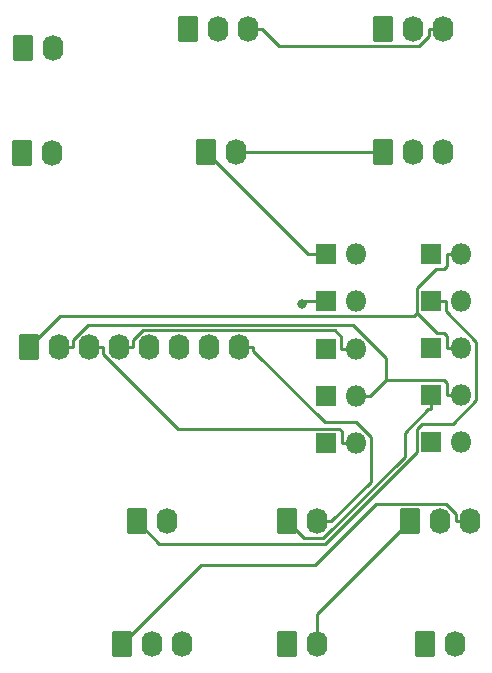
<source format=gbr>
%TF.GenerationSoftware,KiCad,Pcbnew,7.0.9*%
%TF.CreationDate,2023-12-04T05:24:49+10:00*%
%TF.ProjectId,MASTER ARM,4d415354-4552-4204-9152-4d2e6b696361,rev?*%
%TF.SameCoordinates,Original*%
%TF.FileFunction,Copper,L2,Bot*%
%TF.FilePolarity,Positive*%
%FSLAX46Y46*%
G04 Gerber Fmt 4.6, Leading zero omitted, Abs format (unit mm)*
G04 Created by KiCad (PCBNEW 7.0.9) date 2023-12-04 05:24:49*
%MOMM*%
%LPD*%
G01*
G04 APERTURE LIST*
G04 Aperture macros list*
%AMRoundRect*
0 Rectangle with rounded corners*
0 $1 Rounding radius*
0 $2 $3 $4 $5 $6 $7 $8 $9 X,Y pos of 4 corners*
0 Add a 4 corners polygon primitive as box body*
4,1,4,$2,$3,$4,$5,$6,$7,$8,$9,$2,$3,0*
0 Add four circle primitives for the rounded corners*
1,1,$1+$1,$2,$3*
1,1,$1+$1,$4,$5*
1,1,$1+$1,$6,$7*
1,1,$1+$1,$8,$9*
0 Add four rect primitives between the rounded corners*
20,1,$1+$1,$2,$3,$4,$5,0*
20,1,$1+$1,$4,$5,$6,$7,0*
20,1,$1+$1,$6,$7,$8,$9,0*
20,1,$1+$1,$8,$9,$2,$3,0*%
G04 Aperture macros list end*
%TA.AperFunction,ComponentPad*%
%ADD10RoundRect,0.250000X-0.620000X-0.845000X0.620000X-0.845000X0.620000X0.845000X-0.620000X0.845000X0*%
%TD*%
%TA.AperFunction,ComponentPad*%
%ADD11O,1.740000X2.190000*%
%TD*%
%TA.AperFunction,ComponentPad*%
%ADD12O,1.800000X1.800000*%
%TD*%
%TA.AperFunction,ComponentPad*%
%ADD13R,1.800000X1.800000*%
%TD*%
%TA.AperFunction,ViaPad*%
%ADD14C,0.800000*%
%TD*%
%TA.AperFunction,Conductor*%
%ADD15C,0.250000*%
%TD*%
G04 APERTURE END LIST*
D10*
%TO.P,SW9,1,1*%
%TO.N,/ROW7*%
X118872000Y-105664000D03*
D11*
%TO.P,SW9,2,2*%
%TO.N,Net-(D10-K)*%
X121412000Y-105664000D03*
%TO.P,SW9,3,3*%
%TO.N,/ROW8*%
X123952000Y-105664000D03*
%TD*%
D10*
%TO.P,SW5,1,1*%
%TO.N,/ROW6*%
X124460000Y-53594000D03*
D11*
%TO.P,SW5,2,2*%
%TO.N,Net-(D5-K)*%
X127000000Y-53594000D03*
%TO.P,SW5,3,3*%
%TO.N,/ROW7*%
X129540000Y-53594000D03*
%TD*%
D10*
%TO.P,SW3,1,1*%
%TO.N,/ROW6*%
X143256000Y-95270000D03*
D11*
%TO.P,SW3,2,2*%
%TO.N,Net-(D3-K)*%
X145796000Y-95270000D03*
%TO.P,SW3,3,3*%
%TO.N,/ROW7*%
X148336000Y-95270000D03*
%TD*%
D10*
%TO.P,SW2,1,1*%
%TO.N,/ROW8*%
X140970000Y-64008000D03*
D11*
%TO.P,SW2,2,2*%
%TO.N,Net-(D2-K)*%
X143510000Y-64008000D03*
%TO.P,SW2,3,3*%
%TO.N,/ROW9*%
X146050000Y-64008000D03*
%TD*%
D10*
%TO.P,SW1,1,1*%
%TO.N,/ROW6*%
X140970000Y-53594000D03*
D11*
%TO.P,SW1,2,2*%
%TO.N,Net-(D1-K)*%
X143510000Y-53594000D03*
%TO.P,SW1,3,3*%
%TO.N,/ROW7*%
X146050000Y-53594000D03*
%TD*%
D10*
%TO.P,J3,1,Pin_1*%
%TO.N,/COL0*%
X110998000Y-80518000D03*
D11*
%TO.P,J3,2,Pin_2*%
%TO.N,/COL1*%
X113538000Y-80518000D03*
%TO.P,J3,3,Pin_3*%
%TO.N,/COL2*%
X116078000Y-80518000D03*
%TO.P,J3,4,Pin_4*%
%TO.N,/COL3*%
X118618000Y-80518000D03*
%TO.P,J3,5,Pin_5*%
%TO.N,/ROW6*%
X121158000Y-80518000D03*
%TO.P,J3,6,Pin_6*%
%TO.N,/ROW7*%
X123698000Y-80518000D03*
%TO.P,J3,7,Pin_7*%
%TO.N,/ROW8*%
X126238000Y-80518000D03*
%TO.P,J3,8,Pin_8*%
%TO.N,/ROW9*%
X128778000Y-80518000D03*
%TD*%
D10*
%TO.P,SW10,1,A*%
%TO.N,Net-(D9-K)*%
X120142000Y-95270000D03*
D11*
%TO.P,SW10,2,B*%
%TO.N,/ROW8*%
X122682000Y-95270000D03*
%TD*%
D12*
%TO.P,D4,2,A*%
%TO.N,/COL2*%
X138684000Y-88646000D03*
D13*
%TO.P,D4,1,K*%
%TO.N,Net-(D4-K)*%
X136144000Y-88646000D03*
%TD*%
D10*
%TO.P,SW6,1,A*%
%TO.N,Net-(D6-K)*%
X132842000Y-105664000D03*
D11*
%TO.P,SW6,2,B*%
%TO.N,/ROW6*%
X135382000Y-105664000D03*
%TD*%
D13*
%TO.P,D10,1,K*%
%TO.N,Net-(D10-K)*%
X136115000Y-76644500D03*
D12*
%TO.P,D10,2,A*%
%TO.N,/COL3*%
X138655000Y-76644500D03*
%TD*%
D13*
%TO.P,D7,1,K*%
%TO.N,Net-(D7-K)*%
X136115000Y-72644000D03*
D12*
%TO.P,D7,2,A*%
%TO.N,/COL1*%
X138655000Y-72644000D03*
%TD*%
D10*
%TO.P,J2,1,Pin_1*%
%TO.N,Net-(J1-Pin_1)*%
X110390000Y-64110000D03*
D11*
%TO.P,J2,2,Pin_2*%
%TO.N,Net-(J1-Pin_2)*%
X112930000Y-64110000D03*
%TD*%
D13*
%TO.P,D9,1,K*%
%TO.N,Net-(D9-K)*%
X145034000Y-76612000D03*
D12*
%TO.P,D9,2,A*%
%TO.N,/COL2*%
X147574000Y-76612000D03*
%TD*%
D10*
%TO.P,SW8,1,A*%
%TO.N,Net-(D8-K)*%
X132842000Y-95270000D03*
D11*
%TO.P,SW8,2,B*%
%TO.N,/ROW9*%
X135382000Y-95270000D03*
%TD*%
D13*
%TO.P,D3,1,K*%
%TO.N,Net-(D3-K)*%
X145034000Y-88516000D03*
D12*
%TO.P,D3,2,A*%
%TO.N,/COL2*%
X147574000Y-88516000D03*
%TD*%
D13*
%TO.P,D6,1,K*%
%TO.N,Net-(D6-K)*%
X136115000Y-80645000D03*
D12*
%TO.P,D6,2,A*%
%TO.N,/COL3*%
X138655000Y-80645000D03*
%TD*%
D13*
%TO.P,D5,1,K*%
%TO.N,Net-(D5-K)*%
X136115000Y-84645500D03*
D12*
%TO.P,D5,2,A*%
%TO.N,/COL1*%
X138655000Y-84645500D03*
%TD*%
D13*
%TO.P,D1,1,K*%
%TO.N,Net-(D1-K)*%
X145034000Y-80580000D03*
D12*
%TO.P,D1,2,A*%
%TO.N,/COL0*%
X147574000Y-80580000D03*
%TD*%
D10*
%TO.P,J1,1,Pin_1*%
%TO.N,Net-(J1-Pin_1)*%
X110450000Y-55170000D03*
D11*
%TO.P,J1,2,Pin_2*%
%TO.N,Net-(J1-Pin_2)*%
X112990000Y-55170000D03*
%TD*%
D10*
%TO.P,SW4,1,A*%
%TO.N,Net-(D4-K)*%
X144526000Y-105664000D03*
D11*
%TO.P,SW4,2,B*%
%TO.N,/ROW9*%
X147066000Y-105664000D03*
%TD*%
D10*
%TO.P,SW7,1,A*%
%TO.N,Net-(D7-K)*%
X125984000Y-64028000D03*
D11*
%TO.P,SW7,2,B*%
%TO.N,/ROW8*%
X128524000Y-64028000D03*
%TD*%
D13*
%TO.P,D2,1,K*%
%TO.N,Net-(D2-K)*%
X145034000Y-72644000D03*
D12*
%TO.P,D2,2,A*%
%TO.N,/COL0*%
X147574000Y-72644000D03*
%TD*%
D13*
%TO.P,D8,1,K*%
%TO.N,Net-(D8-K)*%
X145034000Y-84548000D03*
D12*
%TO.P,D8,2,A*%
%TO.N,/COL1*%
X147574000Y-84548000D03*
%TD*%
D14*
%TO.N,Net-(D10-K)*%
X134095100Y-76894500D03*
%TD*%
D15*
%TO.N,/ROW6*%
X135382000Y-103144000D02*
X143256000Y-95270000D01*
X135382000Y-105664000D02*
X135382000Y-103144000D01*
%TO.N,Net-(D9-K)*%
X122029100Y-97157100D02*
X120142000Y-95270000D01*
X136054600Y-97157100D02*
X122029100Y-97157100D01*
X143808700Y-89403000D02*
X136054600Y-97157100D01*
X143808700Y-87438600D02*
X143808700Y-89403000D01*
X144248700Y-86998600D02*
X143808700Y-87438600D01*
X146870200Y-86998600D02*
X144248700Y-86998600D01*
X148856000Y-85012800D02*
X146870200Y-86998600D01*
X148856000Y-80099900D02*
X148856000Y-85012800D01*
X146259300Y-77503200D02*
X148856000Y-80099900D01*
X146259300Y-76612000D02*
X146259300Y-77503200D01*
X145034000Y-76612000D02*
X146259300Y-76612000D01*
%TO.N,/COL2*%
X117273300Y-81115700D02*
X117273300Y-80518000D01*
X123578300Y-87420700D02*
X117273300Y-81115700D01*
X137229000Y-87420700D02*
X123578300Y-87420700D01*
X137458700Y-87650400D02*
X137229000Y-87420700D01*
X137458700Y-88646000D02*
X137458700Y-87650400D01*
X138684000Y-88646000D02*
X137458700Y-88646000D01*
X116078000Y-80518000D02*
X117273300Y-80518000D01*
%TO.N,Net-(D8-K)*%
X145034000Y-84548000D02*
X145034000Y-85773300D01*
X134271500Y-96699500D02*
X132842000Y-95270000D01*
X135868000Y-96699500D02*
X134271500Y-96699500D01*
X142778000Y-89789500D02*
X135868000Y-96699500D01*
X142778000Y-87790500D02*
X142778000Y-89789500D01*
X144795200Y-85773300D02*
X142778000Y-87790500D01*
X145034000Y-85773300D02*
X144795200Y-85773300D01*
%TO.N,/COL3*%
X119813300Y-79920300D02*
X119813300Y-80518000D01*
X120636000Y-79097600D02*
X119813300Y-79920300D01*
X136877900Y-79097600D02*
X120636000Y-79097600D01*
X137429700Y-79649400D02*
X136877900Y-79097600D01*
X137429700Y-80645000D02*
X137429700Y-79649400D01*
X138655000Y-80645000D02*
X137429700Y-80645000D01*
X118618000Y-80518000D02*
X119813300Y-80518000D01*
%TO.N,Net-(D7-K)*%
X134600000Y-72644000D02*
X125984000Y-64028000D01*
X136115000Y-72644000D02*
X134600000Y-72644000D01*
%TO.N,/COL0*%
X147574000Y-72644000D02*
X146348700Y-72644000D01*
X147574000Y-80580000D02*
X146348700Y-80580000D01*
X146348700Y-79564500D02*
X146348700Y-80580000D01*
X146138900Y-79354700D02*
X146348700Y-79564500D01*
X145509300Y-79354700D02*
X146138900Y-79354700D01*
X143808600Y-77654000D02*
X145509300Y-79354700D01*
X143808600Y-75536200D02*
X143808600Y-77654000D01*
X145475500Y-73869300D02*
X143808600Y-75536200D01*
X146130400Y-73869300D02*
X145475500Y-73869300D01*
X146348700Y-73651000D02*
X146130400Y-73869300D01*
X146348700Y-72644000D02*
X146348700Y-73651000D01*
X113646200Y-77869800D02*
X110998000Y-80518000D01*
X143592800Y-77869800D02*
X113646200Y-77869800D01*
X143808600Y-77654000D02*
X143592800Y-77869800D01*
%TO.N,/COL1*%
X147574000Y-84548000D02*
X146348700Y-84548000D01*
X138655000Y-84645500D02*
X139880300Y-84645500D01*
X113538000Y-80518000D02*
X114733300Y-80518000D01*
X114733300Y-79920300D02*
X114733300Y-80518000D01*
X116018100Y-78635500D02*
X114733300Y-79920300D01*
X138430000Y-78635500D02*
X116018100Y-78635500D01*
X141203200Y-81408700D02*
X138430000Y-78635500D01*
X141203200Y-83322600D02*
X141203200Y-81408700D01*
X146118900Y-83322600D02*
X141203200Y-83322600D01*
X146348700Y-83552400D02*
X146118900Y-83322600D01*
X146348700Y-84548000D02*
X146348700Y-83552400D01*
X141203200Y-83322600D02*
X139880300Y-84645500D01*
%TO.N,/ROW9*%
X139928300Y-91919000D02*
X136577300Y-95270000D01*
X139928300Y-88142700D02*
X139928300Y-91919000D01*
X138676400Y-86890800D02*
X139928300Y-88142700D01*
X136047300Y-86890800D02*
X138676400Y-86890800D01*
X129973300Y-80816800D02*
X136047300Y-86890800D01*
X129973300Y-80518000D02*
X129973300Y-80816800D01*
X128778000Y-80518000D02*
X129973300Y-80518000D01*
X135382000Y-95270000D02*
X136577300Y-95270000D01*
%TO.N,/ROW8*%
X140950000Y-64028000D02*
X140970000Y-64008000D01*
X128524000Y-64028000D02*
X140950000Y-64028000D01*
%TO.N,/ROW7*%
X144854700Y-54191600D02*
X144854700Y-53594000D01*
X144030600Y-55015700D02*
X144854700Y-54191600D01*
X132157000Y-55015700D02*
X144030600Y-55015700D01*
X130735300Y-53594000D02*
X132157000Y-55015700D01*
X129540000Y-53594000D02*
X130735300Y-53594000D01*
X146050000Y-53594000D02*
X144854700Y-53594000D01*
X147140700Y-94672400D02*
X147140700Y-95270000D01*
X146317000Y-93848700D02*
X147140700Y-94672400D01*
X140327300Y-93848700D02*
X146317000Y-93848700D01*
X135224300Y-98951700D02*
X140327300Y-93848700D01*
X125584300Y-98951700D02*
X135224300Y-98951700D01*
X118872000Y-105664000D02*
X125584300Y-98951700D01*
X148336000Y-95270000D02*
X147140700Y-95270000D01*
%TO.N,Net-(D10-K)*%
X134345100Y-76644500D02*
X134095100Y-76894500D01*
X136115000Y-76644500D02*
X134345100Y-76644500D01*
%TD*%
M02*

</source>
